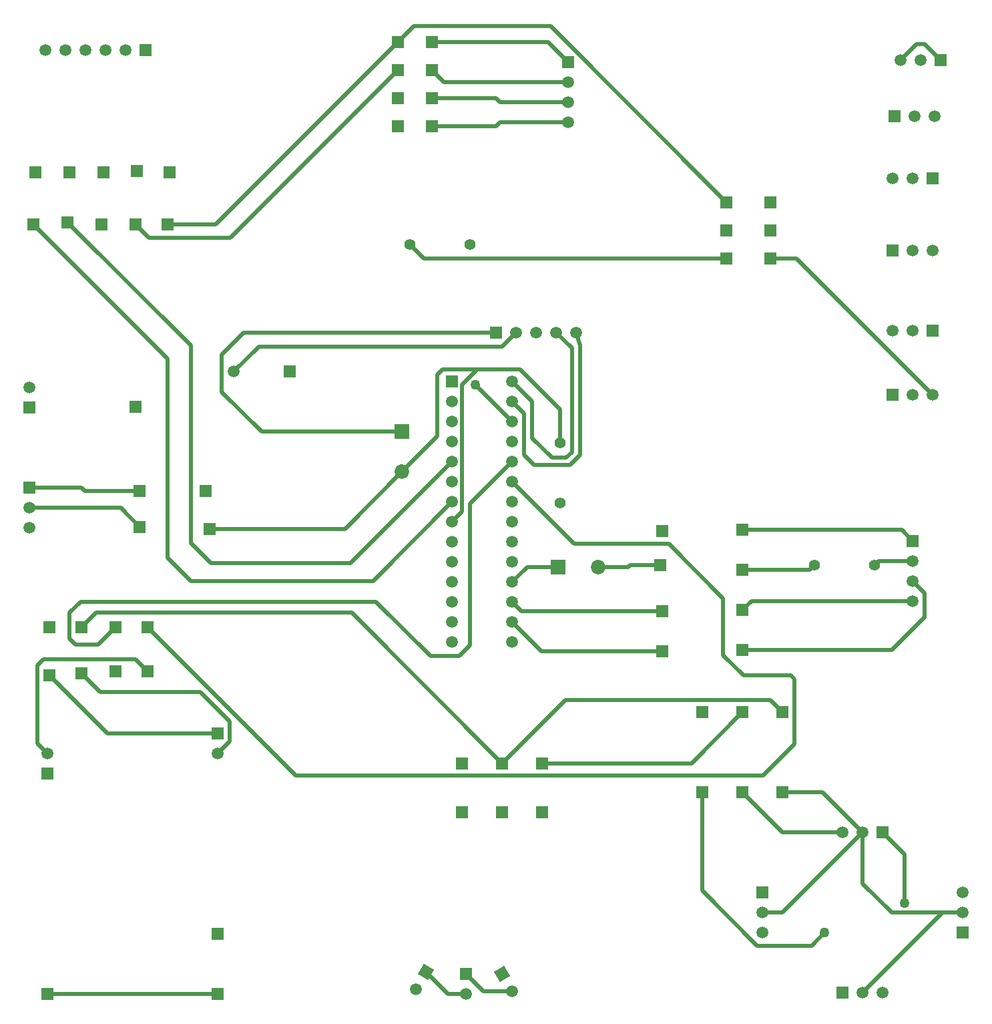
<source format=gbr>
G04 Layer_Physical_Order=2*
G04 Layer_Color=16711680*
%FSLAX26Y26*%
%MOIN*%
%TF.FileFunction,Copper,L2,Bot,Signal*%
%TF.Part,Single*%
G01*
G75*
%TA.AperFunction,Conductor*%
%ADD18C,0.020000*%
%TA.AperFunction,ComponentPad*%
%ADD20R,0.059055X0.059055*%
%ADD21C,0.059055*%
%ADD22C,0.055118*%
%ADD23R,0.072835X0.072835*%
%ADD24C,0.072835*%
%ADD25R,0.059055X0.059055*%
%ADD26P,0.083516X4X345.0*%
%ADD27P,0.083516X4X285.0*%
%ADD28R,0.072835X0.072835*%
%TA.AperFunction,ViaPad*%
%ADD29C,0.050000*%
D18*
X550000Y1380000D02*
X1100000D01*
X260000Y1670000D02*
X550000Y1380000D01*
X690000Y1750000D02*
X750000Y1690000D01*
X230000Y1750000D02*
X690000D01*
X200000Y1720000D02*
X230000Y1750000D01*
X200000Y1330000D02*
Y1720000D01*
Y1330000D02*
X250000Y1280000D01*
X3765000Y2040000D02*
X4570000D01*
X3720000Y1995000D02*
X3765000Y2040000D01*
X615000Y2505000D02*
X710000Y2410000D01*
X160000Y2505000D02*
X615000D01*
X3860000Y1545000D02*
X3920000Y1485000D01*
X2835000Y1545000D02*
X3860000D01*
X2520000Y1230000D02*
X2835000Y1545000D01*
X1163000Y3853000D02*
X2000000Y4690000D01*
X757000Y3853000D02*
X1163000D01*
X690000Y3920000D02*
X757000Y3853000D01*
X1769000Y1981000D02*
X2520000Y1230000D01*
X491000Y1981000D02*
X1769000D01*
X420000Y1910000D02*
X491000Y1981000D01*
X4570000Y2140000D02*
X4630000Y2080000D01*
Y1960000D02*
Y2080000D01*
X4465000Y1795000D02*
X4630000Y1960000D01*
X3720000Y1795000D02*
X4465000D01*
X4420000Y885000D02*
X4529000Y776000D01*
Y532000D02*
Y776000D01*
X3920000Y1085000D02*
X4120000D01*
X4320000Y885000D01*
X3820000Y485000D02*
X3920000D01*
X4320000Y885000D01*
Y85000D02*
X4720000Y485000D01*
X3920000Y885000D02*
X4220000D01*
X3720000Y1085000D02*
X3920000Y885000D01*
X4065000Y320000D02*
X4130000Y385000D01*
X3794000Y320000D02*
X4065000D01*
X3520000Y594000D02*
X3794000Y320000D01*
X3520000Y594000D02*
Y1085000D01*
X2250000Y80000D02*
X2340000D01*
X2140000Y190000D02*
X2250000Y80000D01*
X2426602Y93398D02*
X2570000D01*
X2340000Y180000D02*
X2426602Y93398D01*
X2750000Y4830000D02*
X2850000Y4730000D01*
X2170000Y4830000D02*
X2750000D01*
X2230000Y4630000D02*
X2850000D01*
X2170000Y4690000D02*
X2230000Y4630000D01*
X2720000Y1230000D02*
X3465000D01*
X3720000Y1485000D01*
X3000000Y2210000D02*
X3150000D01*
X3160000Y2220000D01*
X3310000D01*
X1090000Y3920000D02*
X2000000Y4830000D01*
X850000Y3920000D02*
X1090000D01*
X350000Y3930000D02*
X965000Y3315000D01*
Y2329000D02*
Y3315000D01*
Y2329000D02*
X1065000Y2229000D01*
X1764000D01*
X2270000Y2735000D01*
X2359000Y2524000D02*
X2570000Y2735000D01*
X2359000Y1820000D02*
Y2524000D01*
X2305000Y1766000D02*
X2359000Y1820000D01*
X2161000Y1766000D02*
X2305000D01*
X1890000Y2037000D02*
X2161000Y1766000D01*
X415000Y2037000D02*
X1890000D01*
X360000Y1982000D02*
X415000Y2037000D01*
X360000Y1853000D02*
Y1982000D01*
Y1853000D02*
X390000Y1823000D01*
X503000D01*
X590000Y1910000D01*
X2570000Y2635000D02*
X2880000Y2325000D01*
X3351000D01*
X3623000Y2053000D01*
Y1770000D02*
Y2053000D01*
Y1770000D02*
X3725000Y1668000D01*
X3961000D01*
X3980000Y1649000D01*
Y1327000D02*
Y1649000D01*
X3823000Y1170000D02*
X3980000Y1327000D01*
X1490000Y1170000D02*
X3823000D01*
X750000Y1910000D02*
X1490000Y1170000D01*
X2615000Y1990000D02*
X3320000D01*
X2570000Y2035000D02*
X2615000Y1990000D01*
X2130000Y3750000D02*
X3640000D01*
X2060000Y3820000D02*
X2130000Y3750000D01*
X2715000Y1790000D02*
X3320000D01*
X2570000Y1935000D02*
X2715000Y1790000D01*
X4515000Y2395000D02*
X4570000Y2340000D01*
X3720000Y2395000D02*
X4515000D01*
X1230000Y3380000D02*
X2490000D01*
X1120000Y3270000D02*
X1230000Y3380000D01*
X1120000Y3083000D02*
Y3270000D01*
Y3083000D02*
X1318000Y2885000D01*
X2020000D01*
X4630000Y4820000D02*
X4710000Y4740000D01*
X4590000Y4820000D02*
X4630000D01*
X4510000Y4740000D02*
X4590000Y4820000D01*
X3990000Y3750000D02*
X4670000Y3070000D01*
X3860000Y3750000D02*
X3990000D01*
X1735000Y2400000D02*
X2020000Y2685000D01*
X1060000Y2400000D02*
X1735000D01*
X4055000Y2195000D02*
X4080000Y2220000D01*
X3720000Y2195000D02*
X4055000D01*
X4400000Y2240000D02*
X4570000D01*
X4380000Y2220000D02*
X4400000Y2240000D01*
X2645000Y2210000D02*
X2800000D01*
X2570000Y2135000D02*
X2645000Y2210000D01*
X250000Y80000D02*
X1100000D01*
X2520000Y3310000D02*
X2590000Y3380000D01*
X1305236Y3310000D02*
X2520000D01*
X1180236Y3185000D02*
X1305236Y3310000D01*
X4720000Y485000D02*
X4820000D01*
X4320000Y630000D02*
X4465000Y485000D01*
X4320000Y630000D02*
Y885000D01*
X2510000Y4530000D02*
X2850000D01*
X2490000Y4550000D02*
X2510000Y4530000D01*
X2170000Y4550000D02*
X2490000D01*
X2510000Y4430000D02*
X2850000D01*
X2490000Y4410000D02*
X2510000Y4430000D01*
X2170000Y4410000D02*
X2490000D01*
X2762000Y4908000D02*
X3640000Y4030000D01*
X2078000Y4908000D02*
X2762000D01*
X2000000Y4830000D02*
X2078000Y4908000D01*
X435000Y2590000D02*
X710000D01*
X420000Y2605000D02*
X435000Y2590000D01*
X160000Y2605000D02*
X420000D01*
X180000Y3920000D02*
X850000Y3250000D01*
Y2255000D02*
Y3250000D01*
Y2255000D02*
X965000Y2140000D01*
X1875000D01*
X2270000Y2535000D01*
X2790000Y3380000D02*
X2868000Y3302000D01*
Y2783000D02*
Y3302000D01*
X2840000Y2755000D02*
X2868000Y2783000D01*
X2768000Y2755000D02*
X2840000D01*
X2669528Y2853472D02*
X2768000Y2755000D01*
X2669528Y2853472D02*
Y3035472D01*
X2570000Y3135000D02*
X2669528Y3035472D01*
X2385000Y3120000D02*
X2570000Y2935000D01*
X2890000Y3380000D02*
X2908000Y3317000D01*
Y2770000D02*
Y3317000D01*
X2858000Y2720000D02*
X2908000Y2770000D01*
X2679528Y2720000D02*
X2858000D01*
X2629528Y2770000D02*
X2679528Y2720000D01*
X2629528Y2770000D02*
Y2975472D01*
X2570000Y3035000D02*
X2629528Y2975472D01*
X2609056Y3195000D02*
X2810000Y2994056D01*
X2395000Y3195000D02*
X2609056D01*
X2320000Y3120000D02*
X2395000Y3195000D01*
X2320000Y2485000D02*
Y3120000D01*
X2270000Y2435000D02*
X2320000Y2485000D01*
X420000Y1680000D02*
X513000Y1587000D01*
X1013000D01*
X1160000Y1440000D01*
Y1340000D02*
Y1440000D01*
X1100000Y1280000D02*
X1160000Y1340000D01*
X2810000Y2830000D02*
Y2994056D01*
X2196000Y3170000D02*
X2221000Y3195000D01*
X2196000Y2861000D02*
Y3170000D01*
X2020000Y2685000D02*
X2196000Y2861000D01*
X4465000Y485000D02*
X4720000D01*
X2221000Y3195000D02*
X2395000D01*
D20*
X1100000Y80000D02*
D03*
Y380000D02*
D03*
X250000Y80000D02*
D03*
X1100000Y1380000D02*
D03*
X690000Y3010000D02*
D03*
X250000Y1180000D02*
D03*
X2320000Y1230000D02*
D03*
X3860000Y3750000D02*
D03*
Y4030000D02*
D03*
X3640000D02*
D03*
X3860000Y3890000D02*
D03*
X3640000Y3750000D02*
D03*
X2850000Y4730000D02*
D03*
X2170000Y4550000D02*
D03*
Y4830000D02*
D03*
Y4410000D02*
D03*
Y4690000D02*
D03*
X2000000Y4830000D02*
D03*
X260000Y1670000D02*
D03*
X420000Y1680000D02*
D03*
Y1910000D02*
D03*
X260000D02*
D03*
X2000000Y4690000D02*
D03*
Y4410000D02*
D03*
Y4550000D02*
D03*
X180000Y3920000D02*
D03*
X520000D02*
D03*
X850000D02*
D03*
X690000D02*
D03*
X350000Y3930000D02*
D03*
X750000Y1690000D02*
D03*
X590000D02*
D03*
X750000Y1910000D02*
D03*
X590000D02*
D03*
X530000Y4180000D02*
D03*
X695000Y4185000D02*
D03*
X860000Y4180000D02*
D03*
X2340000Y180000D02*
D03*
X4570000Y2340000D02*
D03*
X2720000Y1230000D02*
D03*
X3520000Y1485000D02*
D03*
X1040000Y2590000D02*
D03*
X1060000Y2400000D02*
D03*
X710000Y2590000D02*
D03*
X160000Y2605000D02*
D03*
X3920000Y1485000D02*
D03*
X710000Y2410000D02*
D03*
X3720000Y1485000D02*
D03*
X2520000Y1230000D02*
D03*
X3520000Y1085000D02*
D03*
X2320000Y985000D02*
D03*
X2720000D02*
D03*
X2520000D02*
D03*
X3640000Y3890000D02*
D03*
X160000Y3005000D02*
D03*
X3310000Y2220000D02*
D03*
X3320000Y2390000D02*
D03*
Y1790000D02*
D03*
Y1990000D02*
D03*
X4820000Y385000D02*
D03*
X3820000Y585000D02*
D03*
D21*
X1100000Y1280000D02*
D03*
X250000D02*
D03*
X4610000Y4740000D02*
D03*
X4510000D02*
D03*
X4580000Y4460000D02*
D03*
X4680000D02*
D03*
X4570000Y4150000D02*
D03*
X4470000D02*
D03*
X4570000Y3790000D02*
D03*
X4670000D02*
D03*
X4570000Y3390000D02*
D03*
X4470000D02*
D03*
X4570000Y3070000D02*
D03*
X4670000D02*
D03*
X2850000Y4430000D02*
D03*
Y4530000D02*
D03*
Y4630000D02*
D03*
X2270000Y3035000D02*
D03*
Y2935000D02*
D03*
Y2835000D02*
D03*
Y2735000D02*
D03*
Y2635000D02*
D03*
Y2535000D02*
D03*
Y2435000D02*
D03*
Y2335000D02*
D03*
Y2235000D02*
D03*
Y2135000D02*
D03*
Y2035000D02*
D03*
Y1935000D02*
D03*
Y1835000D02*
D03*
X2570000Y3135000D02*
D03*
Y3035000D02*
D03*
Y2935000D02*
D03*
Y2835000D02*
D03*
Y2735000D02*
D03*
Y2635000D02*
D03*
Y2535000D02*
D03*
Y2435000D02*
D03*
Y2335000D02*
D03*
Y2235000D02*
D03*
Y2135000D02*
D03*
Y2035000D02*
D03*
Y1935000D02*
D03*
Y1835000D02*
D03*
Y93398D02*
D03*
X2340000Y80000D02*
D03*
X2090000Y103398D02*
D03*
X4570000Y2040000D02*
D03*
Y2140000D02*
D03*
Y2240000D02*
D03*
X160000Y2505000D02*
D03*
Y2405000D02*
D03*
X640000Y4790000D02*
D03*
X540000D02*
D03*
X440000D02*
D03*
X340000D02*
D03*
X240000D02*
D03*
X160000Y3105000D02*
D03*
X2890000Y3380000D02*
D03*
X2790000D02*
D03*
X2690000D02*
D03*
X2590000D02*
D03*
X1180236Y3185000D02*
D03*
X4320000Y885000D02*
D03*
X4220000D02*
D03*
X4820000Y485000D02*
D03*
Y585000D02*
D03*
X4320000Y85000D02*
D03*
X4420000D02*
D03*
X3820000Y485000D02*
D03*
Y385000D02*
D03*
D22*
X2060000Y3820000D02*
D03*
X2360000D02*
D03*
X4080000Y2220000D02*
D03*
X4380000D02*
D03*
X2810000Y2830000D02*
D03*
Y2530000D02*
D03*
D23*
X2800000Y2210000D02*
D03*
D24*
X3000000D02*
D03*
X2020000Y2685000D02*
D03*
D25*
X4710000Y4740000D02*
D03*
X4480000Y4460000D02*
D03*
X4670000Y4150000D02*
D03*
X4470000Y3790000D02*
D03*
X4670000Y3390000D02*
D03*
X4470000Y3070000D02*
D03*
X2270000Y3135000D02*
D03*
X190000Y4180000D02*
D03*
X360000D02*
D03*
X3720000Y2395000D02*
D03*
Y1795000D02*
D03*
Y1995000D02*
D03*
Y2195000D02*
D03*
X3920000Y1085000D02*
D03*
X3720000D02*
D03*
X740000Y4790000D02*
D03*
X2490000Y3380000D02*
D03*
X1459764Y3185000D02*
D03*
X4420000Y885000D02*
D03*
X4220000Y85000D02*
D03*
D26*
X2520000Y180000D02*
D03*
D27*
X2140000Y190000D02*
D03*
D28*
X2020000Y2885000D02*
D03*
D29*
X4529000Y532000D02*
D03*
X4130000Y385000D02*
D03*
X2385000Y3120000D02*
D03*
%TF.MD5,15F7E53FCF6ACAF72959165A3E0A29AC*%
M02*

</source>
